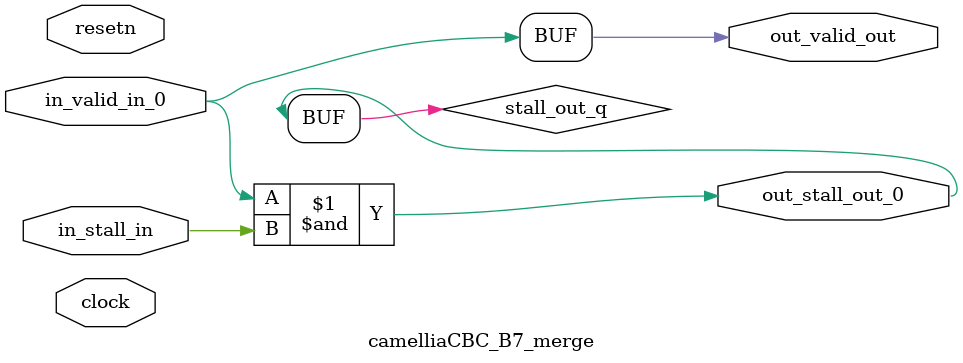
<source format=sv>



(* altera_attribute = "-name AUTO_SHIFT_REGISTER_RECOGNITION OFF; -name MESSAGE_DISABLE 10036; -name MESSAGE_DISABLE 10037; -name MESSAGE_DISABLE 14130; -name MESSAGE_DISABLE 14320; -name MESSAGE_DISABLE 15400; -name MESSAGE_DISABLE 14130; -name MESSAGE_DISABLE 10036; -name MESSAGE_DISABLE 12020; -name MESSAGE_DISABLE 12030; -name MESSAGE_DISABLE 12010; -name MESSAGE_DISABLE 12110; -name MESSAGE_DISABLE 14320; -name MESSAGE_DISABLE 13410; -name MESSAGE_DISABLE 113007; -name MESSAGE_DISABLE 10958" *)
module camelliaCBC_B7_merge (
    input wire [0:0] in_stall_in,
    input wire [0:0] in_valid_in_0,
    output wire [0:0] out_stall_out_0,
    output wire [0:0] out_valid_out,
    input wire clock,
    input wire resetn
    );

    wire [0:0] stall_out_q;


    // stall_out(LOGICAL,6)
    assign stall_out_q = in_valid_in_0 & in_stall_in;

    // out_stall_out_0(GPOUT,4)
    assign out_stall_out_0 = stall_out_q;

    // out_valid_out(GPOUT,5)
    assign out_valid_out = in_valid_in_0;

endmodule

</source>
